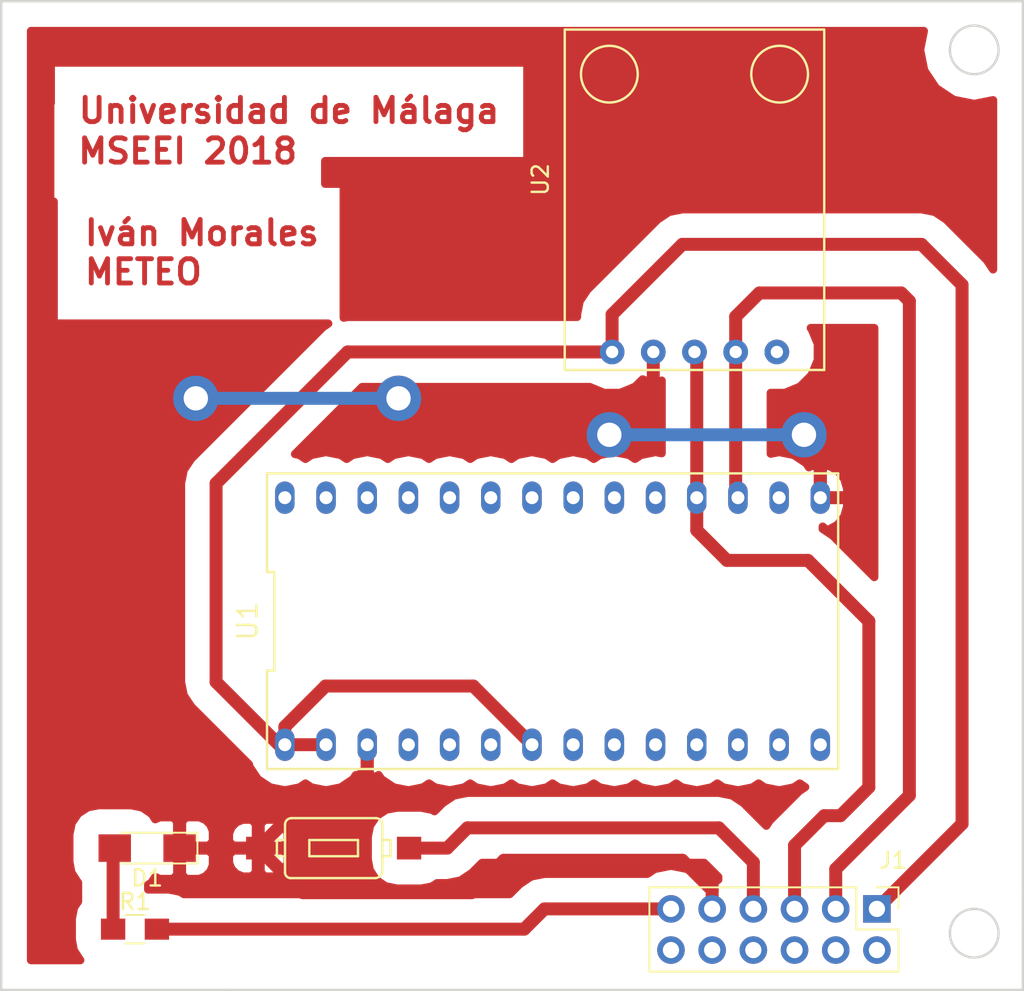
<source format=kicad_pcb>
(kicad_pcb (version 4) (host pcbnew 4.0.7)

  (general
    (links 16)
    (no_connects 0)
    (area 27.924999 23.924999 91.075001 85.075001)
    (thickness 1.6)
    (drawings 14)
    (tracks 75)
    (zones 0)
    (modules 6)
    (nets 36)
  )

  (page USLetter)
  (title_block
    (title "METEO Hat for Raspberry PI 3")
    (date 2018-07-14)
    (rev "Iván Morales")
    (company "Universidad de Málaga")
    (comment 1 "TFM MSEEI 2018")
  )

  (layers
    (0 F.Cu signal)
    (31 B.Cu signal)
    (32 B.Adhes user)
    (33 F.Adhes user)
    (34 B.Paste user)
    (35 F.Paste user)
    (36 B.SilkS user)
    (37 F.SilkS user)
    (38 B.Mask user)
    (39 F.Mask user)
    (40 Dwgs.User user)
    (41 Cmts.User user)
    (42 Eco1.User user)
    (43 Eco2.User user)
    (44 Edge.Cuts user)
    (45 Margin user)
    (46 B.CrtYd user)
    (47 F.CrtYd user)
    (48 B.Fab user)
    (49 F.Fab user)
  )

  (setup
    (last_trace_width 0.8)
    (trace_clearance 0.2)
    (zone_clearance 1.508)
    (zone_45_only no)
    (trace_min 0.2)
    (segment_width 0.2)
    (edge_width 0.15)
    (via_size 2.8)
    (via_drill 1.5)
    (via_min_size 0.4)
    (via_min_drill 0.3)
    (uvia_size 0.3)
    (uvia_drill 0.1)
    (uvias_allowed no)
    (uvia_min_size 0.2)
    (uvia_min_drill 0.1)
    (pcb_text_width 0.3)
    (pcb_text_size 1.5 1.5)
    (mod_edge_width 0.15)
    (mod_text_size 1 1)
    (mod_text_width 0.15)
    (pad_size 1.524 1.524)
    (pad_drill 0.762)
    (pad_to_mask_clearance 0.2)
    (aux_axis_origin 0 0)
    (visible_elements 7FFFFFFF)
    (pcbplotparams
      (layerselection 0x01000_00000001)
      (usegerberextensions false)
      (excludeedgelayer true)
      (linewidth 0.100000)
      (plotframeref false)
      (viasonmask false)
      (mode 1)
      (useauxorigin false)
      (hpglpennumber 1)
      (hpglpenspeed 20)
      (hpglpendiameter 15)
      (hpglpenoverlay 2)
      (psnegative false)
      (psa4output false)
      (plotreference true)
      (plotvalue true)
      (plotinvisibletext false)
      (padsonsilk false)
      (subtractmaskfromsilk false)
      (outputformat 1)
      (mirror false)
      (drillshape 0)
      (scaleselection 1)
      (outputdirectory ""))
  )

  (net 0 "")
  (net 1 VDD)
  (net 2 /SDA)
  (net 3 /SCL)
  (net 4 GND)
  (net 5 "Net-(J1-Pad6)")
  (net 6 "Net-(U1-Pad28)")
  (net 7 "Net-(U1-Pad27)")
  (net 8 "Net-(U1-Pad26)")
  (net 9 "Net-(U1-Pad25)")
  (net 10 "Net-(U1-Pad4)")
  (net 11 "Net-(U1-Pad24)")
  (net 12 "Net-(U1-Pad5)")
  (net 13 "Net-(U1-Pad23)")
  (net 14 "Net-(U1-Pad6)")
  (net 15 "Net-(U1-Pad22)")
  (net 16 "Net-(U1-Pad21)")
  (net 17 "Net-(U1-Pad8)")
  (net 18 "Net-(U1-Pad20)")
  (net 19 "Net-(U1-Pad9)")
  (net 20 "Net-(U1-Pad19)")
  (net 21 "Net-(U1-Pad10)")
  (net 22 "Net-(U1-Pad11)")
  (net 23 "Net-(U1-Pad12)")
  (net 24 "Net-(U1-Pad16)")
  (net 25 "Net-(U1-Pad13)")
  (net 26 "Net-(U1-Pad14)")
  (net 27 "Net-(U2-Pad5)")
  (net 28 "Net-(J1-Pad2)")
  (net 29 "Net-(J1-Pad4)")
  (net 30 "Net-(J1-Pad7)")
  (net 31 "Net-(J1-Pad8)")
  (net 32 "Net-(J1-Pad10)")
  (net 33 "Net-(D1-Pad2)")
  (net 34 "Net-(J1-Pad11)")
  (net 35 "Net-(J1-Pad12)")

  (net_class Default "This is the default net class."
    (clearance 0.2)
    (trace_width 0.8)
    (via_dia 2.8)
    (via_drill 1.5)
    (uvia_dia 0.3)
    (uvia_drill 0.1)
    (add_net /SCL)
    (add_net /SDA)
    (add_net GND)
    (add_net "Net-(D1-Pad2)")
    (add_net "Net-(J1-Pad10)")
    (add_net "Net-(J1-Pad11)")
    (add_net "Net-(J1-Pad12)")
    (add_net "Net-(J1-Pad2)")
    (add_net "Net-(J1-Pad4)")
    (add_net "Net-(J1-Pad6)")
    (add_net "Net-(J1-Pad7)")
    (add_net "Net-(J1-Pad8)")
    (add_net "Net-(U1-Pad10)")
    (add_net "Net-(U1-Pad11)")
    (add_net "Net-(U1-Pad12)")
    (add_net "Net-(U1-Pad13)")
    (add_net "Net-(U1-Pad14)")
    (add_net "Net-(U1-Pad16)")
    (add_net "Net-(U1-Pad19)")
    (add_net "Net-(U1-Pad20)")
    (add_net "Net-(U1-Pad21)")
    (add_net "Net-(U1-Pad22)")
    (add_net "Net-(U1-Pad23)")
    (add_net "Net-(U1-Pad24)")
    (add_net "Net-(U1-Pad25)")
    (add_net "Net-(U1-Pad26)")
    (add_net "Net-(U1-Pad27)")
    (add_net "Net-(U1-Pad28)")
    (add_net "Net-(U1-Pad4)")
    (add_net "Net-(U1-Pad5)")
    (add_net "Net-(U1-Pad6)")
    (add_net "Net-(U1-Pad8)")
    (add_net "Net-(U1-Pad9)")
    (add_net "Net-(U2-Pad5)")
    (add_net VDD)
  )

  (module Pin_Headers:Pin_Header_Straight_2x06_Pitch2.54mm (layer F.Cu) (tedit 5B49A0B5) (tstamp 5B4992C6)
    (at 82 80 270)
    (descr "Through hole straight pin header, 2x06, 2.54mm pitch, double rows")
    (tags "Through hole pin header THT 2x06 2.54mm double row")
    (path /5B4982DA)
    (fp_text reference J1 (at -3 -1 360) (layer F.SilkS)
      (effects (font (size 1 1) (thickness 0.15)))
    )
    (fp_text value RaspberryPI (at 2.75 19.25 360) (layer F.Fab)
      (effects (font (size 1 1) (thickness 0.15)))
    )
    (fp_line (start 0 -1.27) (end 3.81 -1.27) (layer F.Fab) (width 0.1))
    (fp_line (start 3.81 -1.27) (end 3.81 13.97) (layer F.Fab) (width 0.1))
    (fp_line (start 3.81 13.97) (end -1.27 13.97) (layer F.Fab) (width 0.1))
    (fp_line (start -1.27 13.97) (end -1.27 0) (layer F.Fab) (width 0.1))
    (fp_line (start -1.27 0) (end 0 -1.27) (layer F.Fab) (width 0.1))
    (fp_line (start -1.33 14.03) (end 3.87 14.03) (layer F.SilkS) (width 0.12))
    (fp_line (start -1.33 1.27) (end -1.33 14.03) (layer F.SilkS) (width 0.12))
    (fp_line (start 3.87 -1.33) (end 3.87 14.03) (layer F.SilkS) (width 0.12))
    (fp_line (start -1.33 1.27) (end 1.27 1.27) (layer F.SilkS) (width 0.12))
    (fp_line (start 1.27 1.27) (end 1.27 -1.33) (layer F.SilkS) (width 0.12))
    (fp_line (start 1.27 -1.33) (end 3.87 -1.33) (layer F.SilkS) (width 0.12))
    (fp_line (start -1.33 0) (end -1.33 -1.33) (layer F.SilkS) (width 0.12))
    (fp_line (start -1.33 -1.33) (end 0 -1.33) (layer F.SilkS) (width 0.12))
    (fp_line (start -1.8 -1.8) (end -1.8 14.5) (layer F.CrtYd) (width 0.05))
    (fp_line (start -1.8 14.5) (end 4.35 14.5) (layer F.CrtYd) (width 0.05))
    (fp_line (start 4.35 14.5) (end 4.35 -1.8) (layer F.CrtYd) (width 0.05))
    (fp_line (start 4.35 -1.8) (end -1.8 -1.8) (layer F.CrtYd) (width 0.05))
    (fp_text user %R (at 1.27 6.35 360) (layer F.Fab)
      (effects (font (size 1 1) (thickness 0.15)))
    )
    (pad 1 thru_hole rect (at 0 0 270) (size 1.7 1.7) (drill 1) (layers *.Cu *.Mask)
      (net 1 VDD))
    (pad 2 thru_hole oval (at 2.54 0 270) (size 1.7 1.7) (drill 1) (layers *.Cu *.Mask)
      (net 28 "Net-(J1-Pad2)"))
    (pad 3 thru_hole oval (at 0 2.54 270) (size 1.7 1.7) (drill 1) (layers *.Cu *.Mask)
      (net 2 /SDA))
    (pad 4 thru_hole oval (at 2.54 2.54 270) (size 1.7 1.7) (drill 1) (layers *.Cu *.Mask)
      (net 29 "Net-(J1-Pad4)"))
    (pad 5 thru_hole oval (at 0 5.08 270) (size 1.7 1.7) (drill 1) (layers *.Cu *.Mask)
      (net 3 /SCL))
    (pad 6 thru_hole oval (at 2.54 5.08 270) (size 1.7 1.7) (drill 1) (layers *.Cu *.Mask)
      (net 5 "Net-(J1-Pad6)"))
    (pad 7 thru_hole oval (at 0 7.62 270) (size 1.7 1.7) (drill 1) (layers *.Cu *.Mask)
      (net 30 "Net-(J1-Pad7)"))
    (pad 8 thru_hole oval (at 2.54 7.62 270) (size 1.7 1.7) (drill 1) (layers *.Cu *.Mask)
      (net 31 "Net-(J1-Pad8)"))
    (pad 9 thru_hole oval (at 0 10.16 270) (size 1.7 1.7) (drill 1) (layers *.Cu *.Mask)
      (net 4 GND))
    (pad 10 thru_hole oval (at 2.54 10.16 270) (size 1.7 1.7) (drill 1) (layers *.Cu *.Mask)
      (net 32 "Net-(J1-Pad10)"))
    (pad 11 thru_hole oval (at 0 12.7 270) (size 1.7 1.7) (drill 1) (layers *.Cu *.Mask)
      (net 34 "Net-(J1-Pad11)"))
    (pad 12 thru_hole oval (at 2.54 12.7 270) (size 1.7 1.7) (drill 1) (layers *.Cu *.Mask)
      (net 35 "Net-(J1-Pad12)"))
    (model ${KISYS3DMOD}/Pin_Headers.3dshapes/Pin_Header_Straight_2x06_Pitch2.54mm.wrl
      (at (xyz 0 0 0))
      (scale (xyz 1 1 1))
      (rotate (xyz 0 0 0))
    )
  )

  (module Resistors_SMD:R_0805_HandSoldering (layer F.Cu) (tedit 58E0A804) (tstamp 5B4996E9)
    (at 36.25 81.25)
    (descr "Resistor SMD 0805, hand soldering")
    (tags "resistor 0805")
    (path /5B4994A3)
    (attr smd)
    (fp_text reference R1 (at 0 -1.7) (layer F.SilkS)
      (effects (font (size 1 1) (thickness 0.15)))
    )
    (fp_text value R (at 0 1.75) (layer F.Fab)
      (effects (font (size 1 1) (thickness 0.15)))
    )
    (fp_text user %R (at 0 0 180) (layer F.Fab)
      (effects (font (size 0.5 0.5) (thickness 0.075)))
    )
    (fp_line (start -1 0.62) (end -1 -0.62) (layer F.Fab) (width 0.1))
    (fp_line (start 1 0.62) (end -1 0.62) (layer F.Fab) (width 0.1))
    (fp_line (start 1 -0.62) (end 1 0.62) (layer F.Fab) (width 0.1))
    (fp_line (start -1 -0.62) (end 1 -0.62) (layer F.Fab) (width 0.1))
    (fp_line (start 0.6 0.88) (end -0.6 0.88) (layer F.SilkS) (width 0.12))
    (fp_line (start -0.6 -0.88) (end 0.6 -0.88) (layer F.SilkS) (width 0.12))
    (fp_line (start -2.35 -0.9) (end 2.35 -0.9) (layer F.CrtYd) (width 0.05))
    (fp_line (start -2.35 -0.9) (end -2.35 0.9) (layer F.CrtYd) (width 0.05))
    (fp_line (start 2.35 0.9) (end 2.35 -0.9) (layer F.CrtYd) (width 0.05))
    (fp_line (start 2.35 0.9) (end -2.35 0.9) (layer F.CrtYd) (width 0.05))
    (pad 1 smd rect (at -1.35 0) (size 1.5 1.3) (layers F.Cu F.Paste F.Mask)
      (net 33 "Net-(D1-Pad2)"))
    (pad 2 smd rect (at 1.35 0) (size 1.5 1.3) (layers F.Cu F.Paste F.Mask)
      (net 34 "Net-(J1-Pad11)"))
    (model ${KISYS3DMOD}/Resistors_SMD.3dshapes/R_0805.wrl
      (at (xyz 0 0 0))
      (scale (xyz 1 1 1))
      (rotate (xyz 0 0 0))
    )
  )

  (module MeteoFootprints:BME680 (layer F.Cu) (tedit 5B4989AB) (tstamp 5B4990F0)
    (at 62 62.25 90)
    (path /5B49643D)
    (fp_text reference U1 (at 0 -18.81 90) (layer F.SilkS)
      (effects (font (size 1.2 1.2) (thickness 0.15)))
    )
    (fp_text value BME680 (at 0 0 180) (layer F.Fab)
      (effects (font (size 1.2 1.2) (thickness 0.15)))
    )
    (fp_line (start -9.119999 -17.61) (end -9.12 17.61) (layer F.SilkS) (width 0.15))
    (fp_line (start -9.12 17.61) (end 9.119999 17.61) (layer F.SilkS) (width 0.15))
    (fp_line (start 9.119999 17.61) (end 9.12 -17.61) (layer F.SilkS) (width 0.15))
    (fp_line (start 9.12 -17.61) (end 3.04 -17.61) (layer F.SilkS) (width 0.15))
    (fp_line (start 3.04 -17.61) (end 3.04 -17.16) (layer F.SilkS) (width 0.15))
    (fp_line (start 3.04 -17.16) (end -3.039999 -17.16) (layer F.SilkS) (width 0.15))
    (fp_line (start -3.039999 -17.16) (end -3.039999 -17.61) (layer F.SilkS) (width 0.15))
    (fp_line (start -3.039999 -17.61) (end -9.119999 -17.61) (layer F.SilkS) (width 0.15))
    (pad 28 thru_hole oval (at 7.62 -16.51) (size 1.2 2) (drill 0.8) (layers *.Cu *.Mask)
      (net 6 "Net-(U1-Pad28)"))
    (pad 1 thru_hole oval (at -7.62 -16.51) (size 1.2 2) (drill 0.8) (layers *.Cu *.Mask)
      (net 1 VDD))
    (pad 27 thru_hole oval (at 7.62 -13.97) (size 1.2 2) (drill 0.8) (layers *.Cu *.Mask)
      (net 7 "Net-(U1-Pad27)"))
    (pad 2 thru_hole oval (at -7.62 -13.97) (size 1.2 2) (drill 0.8) (layers *.Cu *.Mask)
      (net 1 VDD))
    (pad 26 thru_hole oval (at 7.62 -11.43) (size 1.2 2) (drill 0.8) (layers *.Cu *.Mask)
      (net 8 "Net-(U1-Pad26)"))
    (pad 3 thru_hole oval (at -7.62 -11.43) (size 1.2 2) (drill 0.8) (layers *.Cu *.Mask)
      (net 4 GND))
    (pad 25 thru_hole oval (at 7.62 -8.89) (size 1.2 2) (drill 0.8) (layers *.Cu *.Mask)
      (net 9 "Net-(U1-Pad25)"))
    (pad 4 thru_hole oval (at -7.62 -8.89) (size 1.2 2) (drill 0.8) (layers *.Cu *.Mask)
      (net 10 "Net-(U1-Pad4)"))
    (pad 24 thru_hole oval (at 7.62 -6.35) (size 1.2 2) (drill 0.8) (layers *.Cu *.Mask)
      (net 11 "Net-(U1-Pad24)"))
    (pad 5 thru_hole oval (at -7.62 -6.35) (size 1.2 2) (drill 0.8) (layers *.Cu *.Mask)
      (net 12 "Net-(U1-Pad5)"))
    (pad 23 thru_hole oval (at 7.62 -3.81) (size 1.2 2) (drill 0.8) (layers *.Cu *.Mask)
      (net 13 "Net-(U1-Pad23)"))
    (pad 6 thru_hole oval (at -7.62 -3.81) (size 1.2 2) (drill 0.8) (layers *.Cu *.Mask)
      (net 14 "Net-(U1-Pad6)"))
    (pad 22 thru_hole oval (at 7.62 -1.27) (size 1.2 2) (drill 0.8) (layers *.Cu *.Mask)
      (net 15 "Net-(U1-Pad22)"))
    (pad 7 thru_hole oval (at -7.62 -1.27) (size 1.2 2) (drill 0.8) (layers *.Cu *.Mask)
      (net 1 VDD))
    (pad 21 thru_hole oval (at 7.62 1.27) (size 1.2 2) (drill 0.8) (layers *.Cu *.Mask)
      (net 16 "Net-(U1-Pad21)"))
    (pad 8 thru_hole oval (at -7.62 1.27) (size 1.2 2) (drill 0.8) (layers *.Cu *.Mask)
      (net 17 "Net-(U1-Pad8)"))
    (pad 20 thru_hole oval (at 7.62 3.81) (size 1.2 2) (drill 0.8) (layers *.Cu *.Mask)
      (net 18 "Net-(U1-Pad20)"))
    (pad 9 thru_hole oval (at -7.62 3.81) (size 1.2 2) (drill 0.8) (layers *.Cu *.Mask)
      (net 19 "Net-(U1-Pad9)"))
    (pad 19 thru_hole oval (at 7.62 6.35) (size 1.2 2) (drill 0.8) (layers *.Cu *.Mask)
      (net 20 "Net-(U1-Pad19)"))
    (pad 10 thru_hole oval (at -7.62 6.35) (size 1.2 2) (drill 0.8) (layers *.Cu *.Mask)
      (net 21 "Net-(U1-Pad10)"))
    (pad 18 thru_hole oval (at 7.62 8.89) (size 1.2 2) (drill 0.8) (layers *.Cu *.Mask)
      (net 3 /SCL))
    (pad 11 thru_hole oval (at -7.62 8.89) (size 1.2 2) (drill 0.8) (layers *.Cu *.Mask)
      (net 22 "Net-(U1-Pad11)"))
    (pad 17 thru_hole oval (at 7.62 11.43) (size 1.2 2) (drill 0.8) (layers *.Cu *.Mask)
      (net 2 /SDA))
    (pad 12 thru_hole oval (at -7.62 11.43) (size 1.2 2) (drill 0.8) (layers *.Cu *.Mask)
      (net 23 "Net-(U1-Pad12)"))
    (pad 16 thru_hole oval (at 7.62 13.97) (size 1.2 2) (drill 0.8) (layers *.Cu *.Mask)
      (net 24 "Net-(U1-Pad16)"))
    (pad 13 thru_hole oval (at -7.62 13.97) (size 1.2 2) (drill 0.8) (layers *.Cu *.Mask)
      (net 25 "Net-(U1-Pad13)"))
    (pad 15 thru_hole oval (at 7.62 16.51) (size 1.2 2) (drill 0.8) (layers *.Cu *.Mask)
      (net 4 GND))
    (pad 14 thru_hole oval (at -7.62 16.51) (size 1.2 2) (drill 0.8) (layers *.Cu *.Mask)
      (net 26 "Net-(U1-Pad14)"))
  )

  (module MeteoFootprints:BH1750 (layer F.Cu) (tedit 5B49A0BA) (tstamp 5B4990FF)
    (at 70.75 36.75 180)
    (path /5B496F9B)
    (fp_text reference U2 (at 9.5 1.75 270) (layer F.SilkS)
      (effects (font (size 1 1) (thickness 0.15)))
    )
    (fp_text value BH1750 (at 9.5 -2.75 270) (layer F.Fab)
      (effects (font (size 1 1) (thickness 0.15)))
    )
    (fp_circle (center -5.25 8.25) (end -3.5 8.25) (layer F.SilkS) (width 0.15))
    (fp_circle (center 5.25 8.25) (end 7 8.25) (layer F.SilkS) (width 0.15))
    (fp_line (start -8 11) (end 8 11) (layer F.SilkS) (width 0.15))
    (fp_line (start 8 11) (end 8 -10) (layer F.SilkS) (width 0.15))
    (fp_line (start 8 -10) (end -8 -10) (layer F.SilkS) (width 0.15))
    (fp_line (start -8 -10) (end -8 11) (layer F.SilkS) (width 0.15))
    (pad 5 thru_hole circle (at -5.08 -8.89 180) (size 1.524 1.524) (drill 0.762) (layers *.Cu *.Mask)
      (net 27 "Net-(U2-Pad5)"))
    (pad 4 thru_hole circle (at -2.54 -8.89 180) (size 1.524 1.524) (drill 0.762) (layers *.Cu *.Mask)
      (net 2 /SDA))
    (pad 3 thru_hole circle (at 0 -8.89 180) (size 1.524 1.524) (drill 0.762) (layers *.Cu *.Mask)
      (net 3 /SCL))
    (pad 2 thru_hole circle (at 2.54 -8.89 180) (size 1.524 1.524) (drill 0.762) (layers *.Cu *.Mask)
      (net 4 GND))
    (pad 1 thru_hole circle (at 5.08 -8.89 180) (size 1.524 1.524) (drill 0.762) (layers *.Cu *.Mask)
      (net 1 VDD))
  )

  (module MeteoFootprints:3x6x2.5mm_tact_switch (layer F.Cu) (tedit 5AA79F99) (tstamp 5B499701)
    (at 48.5 76.25 180)
    (path /5B4995AE)
    (fp_text reference SW1 (at -0.2 5.65 180) (layer F.SilkS) hide
      (effects (font (size 1 1) (thickness 0.15)))
    )
    (fp_text value SW_Push (at -0.1 3.95 180) (layer F.Fab) hide
      (effects (font (size 1 1) (thickness 0.15)))
    )
    (fp_line (start -2.55 -1.85) (end 2.65 -1.85) (layer F.SilkS) (width 0.15))
    (fp_line (start -3 -1.45) (end -3 1.45) (layer F.SilkS) (width 0.15))
    (fp_line (start -2.6 1.85) (end 2.6 1.85) (layer F.SilkS) (width 0.15))
    (fp_line (start 3 1.45) (end 3 -1.5) (layer F.SilkS) (width 0.15))
    (fp_line (start -1.5 -0.5) (end 1.5 -0.5) (layer F.SilkS) (width 0.15))
    (fp_line (start 1.5 -0.5) (end 1.5 0.5) (layer F.SilkS) (width 0.15))
    (fp_line (start 1.5 0.5) (end -1.5 0.5) (layer F.SilkS) (width 0.15))
    (fp_line (start -1.5 0.5) (end -1.5 -0.5) (layer F.SilkS) (width 0.15))
    (fp_line (start -3 -0.5) (end -3.5 -0.5) (layer F.SilkS) (width 0.15))
    (fp_line (start -3.5 -0.5) (end -3.5 0.5) (layer F.SilkS) (width 0.15))
    (fp_line (start -3.5 0.5) (end -3 0.5) (layer F.SilkS) (width 0.15))
    (fp_line (start 3 -0.5) (end 3.5 -0.5) (layer F.SilkS) (width 0.15))
    (fp_line (start 3.5 -0.5) (end 3.5 0.5) (layer F.SilkS) (width 0.15))
    (fp_line (start 3.5 0.5) (end 3 0.5) (layer F.SilkS) (width 0.15))
    (fp_arc (start 2.65 -1.5) (end 3 -1.5) (angle -90) (layer F.SilkS) (width 0.15))
    (fp_arc (start -2.55 -1.4) (end -2.55 -1.85) (angle -90) (layer F.SilkS) (width 0.15))
    (fp_arc (start -2.6 1.45) (end -3 1.45) (angle -90) (layer F.SilkS) (width 0.15))
    (fp_arc (start 2.6 1.45) (end 2.6 1.85) (angle -90) (layer F.SilkS) (width 0.15))
    (pad 2 smd rect (at 4.65 0 180) (size 1.5 1.4) (layers F.Cu F.Paste F.Mask)
      (net 4 GND))
    (pad 1 smd rect (at -4.65 0 180) (size 1.5 1.4) (layers F.Cu F.Paste F.Mask)
      (net 30 "Net-(J1-Pad7)"))
  )

  (module LEDs:LED_1206_HandSoldering (layer F.Cu) (tedit 595FC724) (tstamp 5B4996E3)
    (at 37 76.25 180)
    (descr "LED SMD 1206, hand soldering")
    (tags "LED 1206")
    (path /5B499449)
    (attr smd)
    (fp_text reference D1 (at 0 -1.85 180) (layer F.SilkS)
      (effects (font (size 1 1) (thickness 0.15)))
    )
    (fp_text value LED (at 0 1.9 180) (layer F.Fab)
      (effects (font (size 1 1) (thickness 0.15)))
    )
    (fp_line (start -3.1 -0.95) (end -3.1 0.95) (layer F.SilkS) (width 0.12))
    (fp_line (start -0.4 0) (end 0.2 -0.4) (layer F.Fab) (width 0.1))
    (fp_line (start 0.2 -0.4) (end 0.2 0.4) (layer F.Fab) (width 0.1))
    (fp_line (start 0.2 0.4) (end -0.4 0) (layer F.Fab) (width 0.1))
    (fp_line (start -0.45 -0.4) (end -0.45 0.4) (layer F.Fab) (width 0.1))
    (fp_line (start -1.6 0.8) (end -1.6 -0.8) (layer F.Fab) (width 0.1))
    (fp_line (start 1.6 0.8) (end -1.6 0.8) (layer F.Fab) (width 0.1))
    (fp_line (start 1.6 -0.8) (end 1.6 0.8) (layer F.Fab) (width 0.1))
    (fp_line (start -1.6 -0.8) (end 1.6 -0.8) (layer F.Fab) (width 0.1))
    (fp_line (start -3.1 0.95) (end 1.6 0.95) (layer F.SilkS) (width 0.12))
    (fp_line (start -3.1 -0.95) (end 1.6 -0.95) (layer F.SilkS) (width 0.12))
    (fp_line (start -3.25 -1.11) (end 3.25 -1.11) (layer F.CrtYd) (width 0.05))
    (fp_line (start -3.25 -1.11) (end -3.25 1.1) (layer F.CrtYd) (width 0.05))
    (fp_line (start 3.25 1.1) (end 3.25 -1.11) (layer F.CrtYd) (width 0.05))
    (fp_line (start 3.25 1.1) (end -3.25 1.1) (layer F.CrtYd) (width 0.05))
    (pad 1 smd rect (at -2 0 180) (size 2 1.7) (layers F.Cu F.Paste F.Mask)
      (net 4 GND))
    (pad 2 smd rect (at 2 0 180) (size 2 1.7) (layers F.Cu F.Paste F.Mask)
      (net 33 "Net-(D1-Pad2)"))
    (model ${KISYS3DMOD}/LEDs.3dshapes/LED_1206.wrl
      (at (xyz 0 0 0))
      (scale (xyz 1 1 1))
      (rotate (xyz 0 0 180))
    )
  )

  (gr_line (start 28 24) (end 91 24) (angle 90) (layer Edge.Cuts) (width 0.15))
  (gr_text "Iván Morales\nMETEO" (at 33 39.5) (layer F.Cu)
    (effects (font (size 1.5 1.5) (thickness 0.3)) (justify left))
  )
  (gr_text "MSEEI 2018" (at 39.5 33.25) (layer F.Cu)
    (effects (font (size 1.5 1.5) (thickness 0.3)))
  )
  (gr_text "Universidad de Málaga" (at 45.75 30.75) (layer F.Cu)
    (effects (font (size 1.5 1.5) (thickness 0.3)))
  )
  (gr_line (start 28 85) (end 28 24) (angle 90) (layer Edge.Cuts) (width 0.15))
  (gr_line (start 42 85) (end 28 85) (angle 90) (layer Edge.Cuts) (width 0.15))
  (gr_circle (center 88 27) (end 89.5 27) (layer Edge.Cuts) (width 0.15) (tstamp 5B499AEA))
  (gr_circle (center 88 27) (end 90.5 27) (layer F.Mask) (width 0.2) (tstamp 5B499AE9))
  (gr_circle (center 88 81.5) (end 90.5 81.5) (layer F.Mask) (width 0.2))
  (gr_circle (center 88 81.5) (end 89.5 81.5) (layer Edge.Cuts) (width 0.15))
  (gr_line (start 42 85) (end 91 85) (angle 90) (layer Edge.Cuts) (width 0.15))
  (gr_line (start 91 81) (end 91 85) (layer Edge.Cuts) (width 0.15))
  (gr_line (start 91 79) (end 91 81) (layer Edge.Cuts) (width 0.15))
  (gr_line (start 91 24) (end 91 79) (layer Edge.Cuts) (width 0.15))

  (segment (start 45.49 69.87) (end 45.12 69.87) (width 0.8) (layer F.Cu) (net 1))
  (segment (start 45.12 69.87) (end 41.25 66) (width 0.8) (layer F.Cu) (net 1) (tstamp 5B499F56))
  (segment (start 49.36 45.64) (end 65.67 45.64) (width 0.8) (layer F.Cu) (net 1) (tstamp 5B499F5B))
  (segment (start 41.25 53.75) (end 49.36 45.64) (width 0.8) (layer F.Cu) (net 1) (tstamp 5B499F59))
  (segment (start 41.25 66) (end 41.25 53.75) (width 0.8) (layer F.Cu) (net 1) (tstamp 5B499F57))
  (segment (start 65.67 45.64) (end 65.67 43.33) (width 0.8) (layer F.Cu) (net 1))
  (segment (start 87.25 74.75) (end 82 80) (width 0.8) (layer F.Cu) (net 1) (tstamp 5B499F4F))
  (segment (start 87.25 41.5) (end 87.25 74.75) (width 0.8) (layer F.Cu) (net 1) (tstamp 5B499F4E))
  (segment (start 84.75 39) (end 87.25 41.5) (width 0.8) (layer F.Cu) (net 1) (tstamp 5B499F4C))
  (segment (start 70 39) (end 84.75 39) (width 0.8) (layer F.Cu) (net 1) (tstamp 5B499F4A))
  (segment (start 65.67 43.33) (end 70 39) (width 0.8) (layer F.Cu) (net 1) (tstamp 5B499F49))
  (segment (start 45.49 69.87) (end 45.49 68.76) (width 0.8) (layer F.Cu) (net 1))
  (segment (start 57.11 66.25) (end 60.73 69.87) (width 0.8) (layer F.Cu) (net 1) (tstamp 5B499F27))
  (segment (start 48 66.25) (end 57.11 66.25) (width 0.8) (layer F.Cu) (net 1) (tstamp 5B499F26))
  (segment (start 45.49 68.76) (end 48 66.25) (width 0.8) (layer F.Cu) (net 1) (tstamp 5B499F25))
  (segment (start 48.03 69.87) (end 45.49 69.87) (width 0.8) (layer F.Cu) (net 1))
  (segment (start 73.29 45.64) (end 73.29 54.49) (width 0.8) (layer F.Cu) (net 2))
  (segment (start 73.29 54.49) (end 73.43 54.63) (width 0.8) (layer F.Cu) (net 2) (tstamp 5B499F40))
  (segment (start 79.46 80) (end 79.46 77.54) (width 0.8) (layer F.Cu) (net 2))
  (segment (start 73.29 43.46) (end 73.29 45.64) (width 0.8) (layer F.Cu) (net 2) (tstamp 5B499F32))
  (segment (start 74.75 42) (end 73.29 43.46) (width 0.8) (layer F.Cu) (net 2) (tstamp 5B499F31))
  (segment (start 83.5 42) (end 74.75 42) (width 0.8) (layer F.Cu) (net 2) (tstamp 5B499F30))
  (segment (start 84 42.5) (end 83.5 42) (width 0.8) (layer F.Cu) (net 2) (tstamp 5B499F2F))
  (segment (start 84 73) (end 84 42.5) (width 0.8) (layer F.Cu) (net 2) (tstamp 5B499F2E))
  (segment (start 79.46 77.54) (end 84 73) (width 0.8) (layer F.Cu) (net 2) (tstamp 5B499F2D))
  (segment (start 70.89 54.63) (end 70.89 45.78) (width 0.8) (layer F.Cu) (net 3))
  (segment (start 70.89 45.78) (end 70.75 45.64) (width 0.8) (layer F.Cu) (net 3) (tstamp 5B499F43))
  (segment (start 76.92 80) (end 76.92 76.08) (width 0.8) (layer F.Cu) (net 3))
  (segment (start 70.89 56.64) (end 70.89 54.63) (width 0.8) (layer F.Cu) (net 3) (tstamp 5B499F3D))
  (segment (start 72.75 58.5) (end 70.89 56.64) (width 0.8) (layer F.Cu) (net 3) (tstamp 5B499F3C))
  (segment (start 77.75 58.5) (end 72.75 58.5) (width 0.8) (layer F.Cu) (net 3) (tstamp 5B499F3A))
  (segment (start 81.5 62.25) (end 77.75 58.5) (width 0.8) (layer F.Cu) (net 3) (tstamp 5B499F39))
  (segment (start 81.5 72.5) (end 81.5 62.25) (width 0.8) (layer F.Cu) (net 3) (tstamp 5B499F38))
  (segment (start 79.75 74.25) (end 81.5 72.5) (width 0.8) (layer F.Cu) (net 3) (tstamp 5B499F37))
  (segment (start 78.75 74.25) (end 79.75 74.25) (width 0.8) (layer F.Cu) (net 3) (tstamp 5B499F36))
  (segment (start 76.92 76.08) (end 78.75 74.25) (width 0.8) (layer F.Cu) (net 3) (tstamp 5B499F35))
  (segment (start 71.84 80) (end 71.84 78.84) (width 0.8) (layer F.Cu) (net 4))
  (segment (start 46.6 79) (end 43.85 76.25) (width 0.8) (layer F.Cu) (net 4) (tstamp 5B49A1A6))
  (segment (start 57 79) (end 46.6 79) (width 0.8) (layer F.Cu) (net 4) (tstamp 5B49A1A4))
  (segment (start 59 77) (end 57 79) (width 0.8) (layer F.Cu) (net 4) (tstamp 5B49A1A3))
  (segment (start 70 77) (end 59 77) (width 0.8) (layer F.Cu) (net 4) (tstamp 5B49A1A0))
  (segment (start 71.84 78.84) (end 70 77) (width 0.8) (layer F.Cu) (net 4) (tstamp 5B49A19F))
  (segment (start 50.57 69.87) (end 50.57 71.43) (width 0.8) (layer F.Cu) (net 4))
  (segment (start 46.1 74) (end 43.85 76.25) (width 0.8) (layer F.Cu) (net 4) (tstamp 5B49A19B))
  (segment (start 48 74) (end 46.1 74) (width 0.8) (layer F.Cu) (net 4) (tstamp 5B49A198))
  (segment (start 50.57 71.43) (end 48 74) (width 0.8) (layer F.Cu) (net 4) (tstamp 5B49A196))
  (segment (start 39 76.25) (end 43.85 76.25) (width 0.8) (layer F.Cu) (net 4))
  (segment (start 78.51 54.63) (end 78.51 51.76) (width 0.8) (layer F.Cu) (net 4))
  (segment (start 65.5 50.75) (end 63.25 48.5) (width 0.8) (layer F.Cu) (net 4) (tstamp 5B499F80))
  (via (at 65.5 50.75) (size 2.8) (drill 1.5) (layers F.Cu B.Cu) (net 4))
  (segment (start 77.5 50.75) (end 65.5 50.75) (width 0.8) (layer B.Cu) (net 4) (tstamp 5B499F7C))
  (via (at 77.5 50.75) (size 2.8) (drill 1.5) (layers F.Cu B.Cu) (net 4))
  (segment (start 78.51 51.76) (end 77.5 50.75) (width 0.8) (layer F.Cu) (net 4) (tstamp 5B499F78))
  (segment (start 39 76.25) (end 39 70) (width 0.8) (layer F.Cu) (net 4))
  (segment (start 68.21 48.04) (end 68.21 45.64) (width 0.8) (layer F.Cu) (net 4) (tstamp 5B499F74))
  (segment (start 67.75 48.5) (end 68.21 48.04) (width 0.8) (layer F.Cu) (net 4) (tstamp 5B499F73))
  (segment (start 63.75 48.5) (end 67.75 48.5) (width 0.8) (layer F.Cu) (net 4) (tstamp 5B499F72))
  (segment (start 52.5 48.5) (end 63.25 48.5) (width 0.8) (layer F.Cu) (net 4) (tstamp 5B499F71))
  (segment (start 63.25 48.5) (end 63.75 48.5) (width 0.8) (layer F.Cu) (net 4) (tstamp 5B499F83))
  (via (at 52.5 48.5) (size 2.8) (drill 1.5) (layers F.Cu B.Cu) (net 4))
  (segment (start 40 48.5) (end 52.5 48.5) (width 0.8) (layer B.Cu) (net 4) (tstamp 5B499F6E))
  (via (at 40 48.5) (size 2.8) (drill 1.5) (layers F.Cu B.Cu) (net 4))
  (segment (start 37 51.5) (end 40 48.5) (width 0.8) (layer F.Cu) (net 4) (tstamp 5B499F6C))
  (segment (start 37 68) (end 37 51.5) (width 0.8) (layer F.Cu) (net 4) (tstamp 5B499F6B))
  (segment (start 39 70) (end 37 68) (width 0.8) (layer F.Cu) (net 4) (tstamp 5B499F6A))
  (segment (start 53.15 76.25) (end 55.5 76.25) (width 0.8) (layer F.Cu) (net 30))
  (segment (start 74.38 77.13) (end 74.38 80) (width 0.8) (layer F.Cu) (net 30) (tstamp 5B499F1A))
  (segment (start 72.25 75) (end 74.38 77.13) (width 0.8) (layer F.Cu) (net 30) (tstamp 5B499F19))
  (segment (start 56.75 75) (end 72.25 75) (width 0.8) (layer F.Cu) (net 30) (tstamp 5B499F18))
  (segment (start 55.5 76.25) (end 56.75 75) (width 0.8) (layer F.Cu) (net 30) (tstamp 5B499F17))
  (segment (start 34.9 81.25) (end 34.9 76.35) (width 0.8) (layer F.Cu) (net 33))
  (segment (start 34.9 76.35) (end 35 76.25) (width 0.8) (layer F.Cu) (net 33) (tstamp 5B499F53))
  (segment (start 37.6 81.25) (end 60.25 81.25) (width 0.8) (layer F.Cu) (net 34))
  (segment (start 61.5 80) (end 69.3 80) (width 0.8) (layer F.Cu) (net 34) (tstamp 5B499F0C))
  (segment (start 60.25 81.25) (end 61.5 80) (width 0.8) (layer F.Cu) (net 34) (tstamp 5B499F0B))

  (zone (net 4) (net_name GND) (layer F.Cu) (tstamp 5B58A065) (hatch edge 0.508)
    (connect_pads (clearance 1.508))
    (min_thickness 0.508)
    (fill yes (arc_segments 16) (thermal_gap 0.8) (thermal_bridge_width 0.8))
    (polygon
      (pts
        (xy 91 85) (xy 28 85) (xy 28 24) (xy 91 24)
      )
    )
    (filled_polygon
      (pts
        (xy 84.663 27) (xy 84.917014 28.277015) (xy 85.640385 29.359615) (xy 86.722985 30.082986) (xy 88 30.337)
        (xy 89.163 30.105665) (xy 89.163 40.546283) (xy 88.778765 39.971235) (xy 86.278765 37.471235) (xy 85.577362 37.002572)
        (xy 84.75 36.838) (xy 70 36.838) (xy 69.172638 37.002572) (xy 68.471235 37.471235) (xy 64.141235 41.801235)
        (xy 63.672572 42.502638) (xy 63.508 43.33) (xy 63.508 43.478) (xy 49.36 43.478) (xy 49.119143 43.525909)
        (xy 49.119143 35.263) (xy 47.976285 35.263) (xy 47.976285 33.862) (xy 60.440572 33.862) (xy 60.440572 27.788)
        (xy 31.059428 27.788) (xy 31.059428 30.288) (xy 31.023715 30.288) (xy 31.023715 36.362) (xy 31.238 36.362)
        (xy 31.238 43.887) (xy 48.166826 43.887) (xy 47.831235 44.111235) (xy 39.721235 52.221235) (xy 39.252572 52.922638)
        (xy 39.088 53.75) (xy 39.088 66) (xy 39.252572 66.827362) (xy 39.721235 67.528765) (xy 43.279818 71.087348)
        (xy 43.307797 71.228009) (xy 43.819814 71.994297) (xy 44.586102 72.506314) (xy 45.49 72.686111) (xy 46.393898 72.506314)
        (xy 46.76 72.261693) (xy 47.126102 72.506314) (xy 48.03 72.686111) (xy 48.933898 72.506314) (xy 49.700186 71.994297)
        (xy 49.868416 71.742523) (xy 50.071928 71.853968) (xy 50.168065 71.874421) (xy 50.424 71.652814) (xy 50.424 70.016)
        (xy 50.404 70.016) (xy 50.404 69.724) (xy 50.424 69.724) (xy 50.424 69.704) (xy 50.716 69.704)
        (xy 50.716 69.724) (xy 50.736 69.724) (xy 50.736 70.016) (xy 50.716 70.016) (xy 50.716 71.652814)
        (xy 50.971935 71.874421) (xy 51.068072 71.853968) (xy 51.271584 71.742523) (xy 51.439814 71.994297) (xy 52.206102 72.506314)
        (xy 53.11 72.686111) (xy 54.013898 72.506314) (xy 54.38 72.261693) (xy 54.746102 72.506314) (xy 55.65 72.686111)
        (xy 56.553898 72.506314) (xy 56.92 72.261693) (xy 57.286102 72.506314) (xy 58.19 72.686111) (xy 59.093898 72.506314)
        (xy 59.46 72.261693) (xy 59.826102 72.506314) (xy 60.73 72.686111) (xy 61.633898 72.506314) (xy 62 72.261693)
        (xy 62.366102 72.506314) (xy 63.27 72.686111) (xy 64.173898 72.506314) (xy 64.54 72.261693) (xy 64.906102 72.506314)
        (xy 65.81 72.686111) (xy 66.713898 72.506314) (xy 67.08 72.261693) (xy 67.446102 72.506314) (xy 68.35 72.686111)
        (xy 69.253898 72.506314) (xy 69.62 72.261693) (xy 69.986102 72.506314) (xy 70.89 72.686111) (xy 71.793898 72.506314)
        (xy 72.16 72.261693) (xy 72.526102 72.506314) (xy 73.43 72.686111) (xy 74.333898 72.506314) (xy 74.7 72.261693)
        (xy 75.066102 72.506314) (xy 75.97 72.686111) (xy 76.873898 72.506314) (xy 77.24 72.261693) (xy 77.574494 72.485194)
        (xy 77.542887 72.506314) (xy 77.221235 72.721235) (xy 75.391235 74.551235) (xy 75.177957 74.870427) (xy 73.778765 73.471235)
        (xy 73.077362 73.002572) (xy 72.25 72.838) (xy 56.75 72.838) (xy 55.922638 73.002572) (xy 55.221235 73.471235)
        (xy 54.716873 73.975597) (xy 54.598947 73.895021) (xy 53.9 73.753481) (xy 52.4 73.753481) (xy 51.747042 73.876343)
        (xy 51.14734 74.262241) (xy 50.745021 74.851053) (xy 50.603481 75.55) (xy 50.603481 76.95) (xy 50.726343 77.602958)
        (xy 51.112241 78.20266) (xy 51.701053 78.604979) (xy 52.4 78.746519) (xy 53.9 78.746519) (xy 54.552958 78.623657)
        (xy 54.881882 78.412) (xy 55.5 78.412) (xy 56.327362 78.247428) (xy 57.028765 77.778765) (xy 57.64553 77.162)
        (xy 71.35447 77.162) (xy 72.218 78.02553) (xy 72.218 78.194518) (xy 71.986 78.36601) (xy 71.986 78.920565)
        (xy 71.966827 78.949259) (xy 71.84 79.58686) (xy 71.713173 78.949259) (xy 71.694 78.920565) (xy 71.694 78.36601)
        (xy 71.398823 78.147818) (xy 71.225607 78.219564) (xy 71.146963 78.101865) (xy 70.299569 77.535655) (xy 69.3 77.336828)
        (xy 68.300431 77.535655) (xy 67.847939 77.838) (xy 61.5 77.838) (xy 60.672638 78.002572) (xy 59.971235 78.471235)
        (xy 59.35447 79.088) (xy 39.258203 79.088) (xy 39.048947 78.945021) (xy 38.35 78.803481) (xy 37.062 78.803481)
        (xy 37.062 78.510445) (xy 37.25266 78.387759) (xy 37.495756 78.031977) (xy 37.790346 78.154) (xy 38.5905 78.154)
        (xy 38.854 77.8905) (xy 38.854 76.396) (xy 39.146 76.396) (xy 39.146 77.8905) (xy 39.4095 78.154)
        (xy 40.209654 78.154) (xy 40.597043 77.993538) (xy 40.893538 77.697043) (xy 41.054 77.309653) (xy 41.054 76.6595)
        (xy 42.046 76.6595) (xy 42.046 77.159653) (xy 42.206462 77.547043) (xy 42.502957 77.843538) (xy 42.890346 78.004)
        (xy 43.4405 78.004) (xy 43.704 77.7405) (xy 43.704 76.396) (xy 43.996 76.396) (xy 43.996 77.7405)
        (xy 44.2595 78.004) (xy 44.809654 78.004) (xy 45.197043 77.843538) (xy 45.493538 77.547043) (xy 45.654 77.159653)
        (xy 45.654 76.6595) (xy 45.3905 76.396) (xy 43.996 76.396) (xy 43.704 76.396) (xy 42.3095 76.396)
        (xy 42.046 76.6595) (xy 41.054 76.6595) (xy 40.7905 76.396) (xy 39.146 76.396) (xy 38.854 76.396)
        (xy 38.834 76.396) (xy 38.834 76.104) (xy 38.854 76.104) (xy 38.854 74.6095) (xy 39.146 74.6095)
        (xy 39.146 76.104) (xy 40.7905 76.104) (xy 41.054 75.8405) (xy 41.054 75.340347) (xy 42.046 75.340347)
        (xy 42.046 75.8405) (xy 42.3095 76.104) (xy 43.704 76.104) (xy 43.704 74.7595) (xy 43.996 74.7595)
        (xy 43.996 76.104) (xy 45.3905 76.104) (xy 45.654 75.8405) (xy 45.654 75.340347) (xy 45.493538 74.952957)
        (xy 45.197043 74.656462) (xy 44.809654 74.496) (xy 44.2595 74.496) (xy 43.996 74.7595) (xy 43.704 74.7595)
        (xy 43.4405 74.496) (xy 42.890346 74.496) (xy 42.502957 74.656462) (xy 42.206462 74.952957) (xy 42.046 75.340347)
        (xy 41.054 75.340347) (xy 41.054 75.190347) (xy 40.893538 74.802957) (xy 40.597043 74.506462) (xy 40.209654 74.346)
        (xy 39.4095 74.346) (xy 39.146 74.6095) (xy 38.854 74.6095) (xy 38.5905 74.346) (xy 37.790346 74.346)
        (xy 37.494459 74.468561) (xy 37.287759 74.14734) (xy 36.698947 73.745021) (xy 36 73.603481) (xy 34 73.603481)
        (xy 33.347042 73.726343) (xy 32.74734 74.112241) (xy 32.345021 74.701053) (xy 32.203481 75.4) (xy 32.203481 77.1)
        (xy 32.326343 77.752958) (xy 32.712241 78.35266) (xy 32.738 78.37026) (xy 32.738 79.545442) (xy 32.495021 79.901053)
        (xy 32.353481 80.6) (xy 32.353481 81.9) (xy 32.476343 82.552958) (xy 32.862241 83.15266) (xy 32.877374 83.163)
        (xy 29.837 83.163) (xy 29.837 25.837) (xy 84.894335 25.837)
      )
    )
    (filled_polygon
      (pts
        (xy 81.838 59.53047) (xy 79.278765 56.971235) (xy 78.656002 56.555118) (xy 78.656002 56.412816) (xy 78.911935 56.634421)
        (xy 79.008072 56.613968) (xy 79.576317 56.302792) (xy 79.982225 55.797845) (xy 80.164 55.176) (xy 80.164 54.776)
        (xy 78.656 54.776) (xy 78.656 54.796) (xy 78.364 54.796) (xy 78.364 54.776) (xy 78.344 54.776)
        (xy 78.344 54.484) (xy 78.364 54.484) (xy 78.364 52.847186) (xy 78.656 52.847186) (xy 78.656 54.484)
        (xy 80.164 54.484) (xy 80.164 54.084) (xy 79.982225 53.462155) (xy 79.576317 52.957208) (xy 79.008072 52.646032)
        (xy 78.911935 52.625579) (xy 78.656 52.847186) (xy 78.364 52.847186) (xy 78.108065 52.625579) (xy 78.011928 52.646032)
        (xy 77.808416 52.757477) (xy 77.640186 52.505703) (xy 76.873898 51.993686) (xy 75.97 51.813889) (xy 75.452 51.916926)
        (xy 75.452 48.163671) (xy 76.329852 48.164437) (xy 77.257863 47.780991) (xy 77.968495 47.071598) (xy 78.353561 46.144257)
        (xy 78.354437 45.140148) (xy 77.970991 44.212137) (xy 77.920941 44.162) (xy 81.838 44.162)
      )
    )
    (filled_polygon
      (pts
        (xy 67.921069 47.468896) (xy 68.642951 47.440249) (xy 68.728 47.405021) (xy 68.728 51.889078) (xy 68.35 51.813889)
        (xy 67.446102 51.993686) (xy 67.08 52.238307) (xy 66.713898 51.993686) (xy 65.81 51.813889) (xy 64.906102 51.993686)
        (xy 64.54 52.238307) (xy 64.173898 51.993686) (xy 63.27 51.813889) (xy 62.366102 51.993686) (xy 62 52.238307)
        (xy 61.633898 51.993686) (xy 60.73 51.813889) (xy 59.826102 51.993686) (xy 59.46 52.238307) (xy 59.093898 51.993686)
        (xy 58.19 51.813889) (xy 57.286102 51.993686) (xy 56.92 52.238307) (xy 56.553898 51.993686) (xy 55.65 51.813889)
        (xy 54.746102 51.993686) (xy 54.38 52.238307) (xy 54.013898 51.993686) (xy 53.11 51.813889) (xy 52.206102 51.993686)
        (xy 51.84 52.238307) (xy 51.473898 51.993686) (xy 50.57 51.813889) (xy 49.666102 51.993686) (xy 49.3 52.238307)
        (xy 48.933898 51.993686) (xy 48.03 51.813889) (xy 47.126102 51.993686) (xy 46.76 52.238307) (xy 46.393898 51.993686)
        (xy 46.118604 51.938926) (xy 50.25553 47.802) (xy 64.295008 47.802) (xy 65.165743 48.163561) (xy 66.169852 48.164437)
        (xy 67.097863 47.780991) (xy 67.548152 47.331487)
      )
    )
    (filled_polygon
      (pts
        (xy 68.226189 45.421429) (xy 68.225808 45.858952) (xy 68.224143 45.860618) (xy 68.21 45.846475) (xy 68.195858 45.860618)
        (xy 68.193811 45.858571) (xy 68.194192 45.421048) (xy 68.195858 45.419383) (xy 68.21 45.433525) (xy 68.224143 45.419383)
      )
    )
  )
)

</source>
